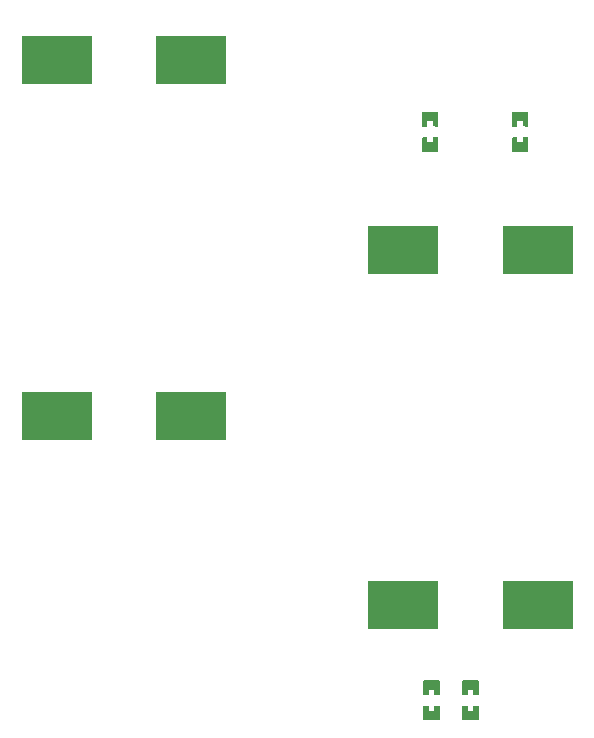
<source format=gbp>
G04 Layer: BottomPasteMaskLayer*
G04 EasyEDA v6.5.54, 2026-02-03 19:04:38*
G04 9173210c2a1045c2b90a711feb310df5,b3696df828ae431383eed25e92d68677,10*
G04 Gerber Generator version 0.2*
G04 Scale: 100 percent, Rotated: No, Reflected: No *
G04 Dimensions in millimeters *
G04 leading zeros omitted , absolute positions ,4 integer and 5 decimal *
%FSLAX45Y45*%
%MOMM*%

%AMMACRO1*21,1,$1,$2,0,0,$3*%
%ADD10MACRO1,4X6X-90.0000*%
%ADD11MACRO1,4X6X90.0000*%
%ADD12C,0.0104*%

%LPD*%
G36*
X9384792Y5796127D02*
G01*
X9379813Y5791098D01*
X9379813Y5676087D01*
X9384792Y5671108D01*
X9425787Y5670600D01*
X9425787Y5715609D01*
X9470796Y5715609D01*
X9470796Y5671616D01*
X9512808Y5671108D01*
X9517786Y5676087D01*
X9517786Y5791098D01*
X9512808Y5796127D01*
G37*
G36*
X9384792Y5581091D02*
G01*
X9379813Y5576112D01*
X9379813Y5461101D01*
X9384792Y5456123D01*
X9512808Y5456123D01*
X9517786Y5461101D01*
X9517786Y5576112D01*
X9512808Y5581091D01*
X9470796Y5581091D01*
X9470796Y5536590D01*
X9425787Y5536590D01*
X9425787Y5580583D01*
G37*
G36*
X9814712Y768299D02*
G01*
X9814712Y723290D01*
X9769703Y723290D01*
X9769703Y767283D01*
X9727692Y767791D01*
X9722713Y762812D01*
X9722713Y647801D01*
X9727692Y642772D01*
X9855708Y642772D01*
X9860686Y647801D01*
X9860686Y762812D01*
X9855708Y767791D01*
G37*
G36*
X9727692Y982776D02*
G01*
X9722713Y977798D01*
X9722713Y862787D01*
X9727692Y857808D01*
X9769703Y857808D01*
X9769703Y902309D01*
X9814712Y902309D01*
X9814712Y858316D01*
X9855708Y857808D01*
X9860686Y862787D01*
X9860686Y977798D01*
X9855708Y982776D01*
G37*
G36*
X9484512Y768299D02*
G01*
X9484512Y723290D01*
X9439503Y723290D01*
X9439503Y767283D01*
X9397492Y767791D01*
X9392513Y762812D01*
X9392513Y647801D01*
X9397492Y642772D01*
X9525508Y642772D01*
X9530486Y647801D01*
X9530486Y762812D01*
X9525508Y767791D01*
G37*
G36*
X9397492Y982776D02*
G01*
X9392513Y977798D01*
X9392513Y862787D01*
X9397492Y857808D01*
X9439503Y857808D01*
X9439503Y902309D01*
X9484512Y902309D01*
X9484512Y858316D01*
X9525508Y857808D01*
X9530486Y862787D01*
X9530486Y977798D01*
X9525508Y982776D01*
G37*
G36*
X10146792Y5796127D02*
G01*
X10141813Y5791098D01*
X10141813Y5676087D01*
X10146792Y5671108D01*
X10187787Y5670600D01*
X10187787Y5715609D01*
X10232796Y5715609D01*
X10232796Y5671616D01*
X10274808Y5671108D01*
X10279786Y5676087D01*
X10279786Y5791098D01*
X10274808Y5796127D01*
G37*
G36*
X10146792Y5581091D02*
G01*
X10141813Y5576112D01*
X10141813Y5461101D01*
X10146792Y5456123D01*
X10274808Y5456123D01*
X10279786Y5461101D01*
X10279786Y5576112D01*
X10274808Y5581091D01*
X10232796Y5581091D01*
X10232796Y5536590D01*
X10187787Y5536590D01*
X10187787Y5580583D01*
G37*
D10*
G01*
X10361726Y4626635D03*
G01*
X10361752Y1616633D03*
G01*
X9221749Y1616633D03*
G01*
X9221749Y4626635D03*
D11*
G01*
X6288023Y3221990D03*
G01*
X6287998Y6231991D03*
G01*
X7428001Y6231991D03*
G01*
X7428001Y3221990D03*
M02*

</source>
